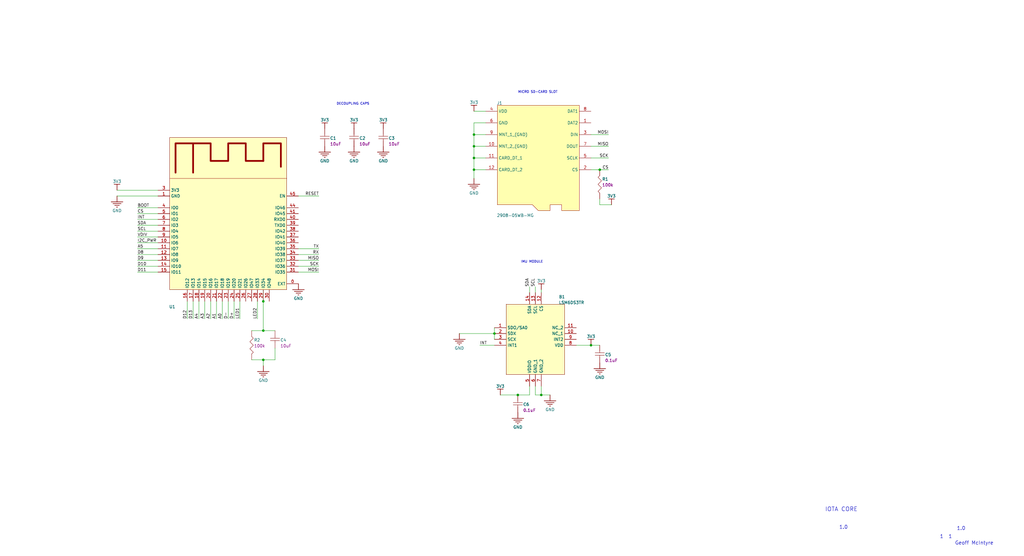
<source format=kicad_sch>
(kicad_sch (version 20250114) (generator "eeschema") (generator_version "9.0")
  (paper "User" 444.5 241.3)
  (lib_symbols
    (symbol "McIntyre Industries:root_0_LSM6DS3TR_McIntyre Industries"
      (symbol "root_0_LSM6DS3TR_McIntyre Industries_1_0"
        (rectangle (start 30.48 10.16) (end 5.08 -20.32) (stroke (width 0) (color 128 0 0 1)) (fill (type background)))
        (pin passive line (at 0 0 0) (length 5.08) (name "SDO/SA0") (number "1"))
        (pin passive line (at 0 -2.54 0) (length 5.08) (name "SDX") (number "2"))
        (pin passive line (at 0 -5.08 0) (length 5.08) (name "SCX") (number "3"))
        (pin passive line (at 0 -7.62 0) (length 5.08) (name "INT1") (number "4"))
        (pin passive line (at 15.24 15.24 270) (length 5.08) (name "SDA") (number "14"))
        (pin passive line (at 15.24 -25.4 90) (length 5.08) (name "VDDIO") (number "5"))
        (pin passive line (at 17.78 15.24 270) (length 5.08) (name "SCL") (number "13"))
        (pin passive line (at 17.78 -25.4 90) (length 5.08) (name "GND_1") (number "6"))
        (pin passive line (at 20.32 15.24 270) (length 5.08) (name "CS") (number "12"))
        (pin passive line (at 20.32 -25.4 90) (length 5.08) (name "GND_2") (number "7"))
        (pin passive line (at 35.56 0 180) (length 5.08) (name "NC_2") (number "11"))
        (pin passive line (at 35.56 -2.54 180) (length 5.08) (name "NC_1") (number "10"))
        (pin passive line (at 35.56 -5.08 180) (length 5.08) (name "INT2") (number "9"))
        (pin passive line (at 35.56 -7.62 180) (length 5.08) (name "VDD") (number "8"))
      )
    )
    (symbol "Mister Industries:root_0_ESP32-S3-MINI-1-N8_Mister Industries"
      (symbol "root_0_ESP32-S3-MINI-1-N8_Mister Industries_1_0"
        (polyline (pts (xy -10.16 15.24) (xy 40.64 15.24)) (stroke (width 0) (color 152 0 0 1)))
        (polyline (pts (xy -7.62 17.78) (xy -7.62 30.48) (xy 7.62 30.48) (xy 7.62 22.86) (xy 15.24 22.86) (xy 15.24 30.48) (xy 22.86 30.48) (xy 22.86 22.86) (xy 30.48 22.86)) (stroke (width 0.762) (color 152 0 0 1)))
        (polyline (pts (xy 0 17.78) (xy 0 30.48)) (stroke (width 0.762) (color 152 0 0 1)))
        (polyline (pts (xy 30.48 22.86) (xy 30.48 30.48) (xy 38.1 30.48) (xy 38.1 20.32)) (stroke (width 0.762) (color 152 0 0 1)))
        (rectangle (start 40.64 33.02) (end -10.16 -33.02) (stroke (width 0) (color 128 0 0 1)) (fill (type background)))
        (pin power_in line (at -15.24 10.16 0) (length 5.08) (name "3V3") (number "3"))
        (pin power_in line (at -15.24 7.62 0) (length 5.08) (name "GND") (number "1"))
        (pin bidirectional line (at -15.24 2.54 0) (length 5.08) (name "IO0") (number "4"))
        (pin bidirectional line (at -15.24 0 0) (length 5.08) (name "IO1") (number "5"))
        (pin bidirectional line (at -15.24 -2.54 0) (length 5.08) (name "IO2") (number "6"))
        (pin bidirectional line (at -15.24 -5.08 0) (length 5.08) (name "IO3") (number "7"))
        (pin bidirectional line (at -15.24 -7.62 0) (length 5.08) (name "IO4") (number "8"))
        (pin bidirectional line (at -15.24 -10.16 0) (length 5.08) (name "IO5") (number "9"))
        (pin bidirectional line (at -15.24 -12.7 0) (length 5.08) (name "IO6") (number "10"))
        (pin bidirectional line (at -15.24 -15.24 0) (length 5.08) (name "IO7") (number "11"))
        (pin bidirectional line (at -15.24 -17.78 0) (length 5.08) (name "IO8") (number "12"))
        (pin bidirectional line (at -15.24 -20.32 0) (length 5.08) (name "IO9") (number "13"))
        (pin bidirectional line (at -15.24 -22.86 0) (length 5.08) (name "IO10") (number "14"))
        (pin bidirectional line (at -15.24 -25.4 0) (length 5.08) (name "IO11") (number "15"))
        (pin bidirectional line (at -2.54 -38.1 90) (length 5.08) (name "IO12") (number "16"))
        (pin bidirectional line (at 0 -38.1 90) (length 5.08) (name "IO13") (number "17"))
        (pin bidirectional line (at 2.54 -38.1 90) (length 5.08) (name "IO14") (number "18"))
        (pin bidirectional line (at 5.08 -38.1 90) (length 5.08) (name "IO15") (number "19"))
        (pin bidirectional line (at 7.62 -38.1 90) (length 5.08) (name "IO16") (number "20"))
        (pin bidirectional line (at 10.16 -38.1 90) (length 5.08) (name "IO17") (number "21"))
        (pin bidirectional line (at 12.7 -38.1 90) (length 5.08) (name "IO18") (number "22"))
        (pin bidirectional line (at 15.24 -38.1 90) (length 5.08) (name "IO19") (number "23"))
        (pin bidirectional line (at 17.78 -38.1 90) (length 5.08) (name "IO20") (number "24"))
        (pin bidirectional line (at 20.32 -38.1 90) (length 5.08) (name "IO21") (number "25"))
        (pin bidirectional line (at 22.86 -38.1 90) (length 5.08) (name "IO26") (number "26"))
        (pin bidirectional line (at 25.4 -38.1 90) (length 5.08) (name "IO47") (number "27"))
        (pin bidirectional line (at 27.94 -38.1 90) (length 5.08) (name "IO33") (number "28"))
        (pin bidirectional line (at 30.48 -38.1 90) (length 5.08) (name "IO34") (number "29"))
        (pin bidirectional line (at 33.02 -38.1 90) (length 5.08) (name "IO48") (number "30"))
        (pin input line (at 45.72 7.62 180) (length 5.08) (name "EN") (number "45"))
        (pin bidirectional line (at 45.72 2.54 180) (length 5.08) (name "IO46") (number "44"))
        (pin bidirectional line (at 45.72 0 180) (length 5.08) (name "IO45") (number "41"))
        (pin bidirectional line (at 45.72 -2.54 180) (length 5.08) (name "RXD0") (number "40"))
        (pin bidirectional line (at 45.72 -5.08 180) (length 5.08) (name "TXD0") (number "39"))
        (pin bidirectional line (at 45.72 -7.62 180) (length 5.08) (name "IO42") (number "38"))
        (pin bidirectional line (at 45.72 -10.16 180) (length 5.08) (name "IO41") (number "37"))
        (pin bidirectional line (at 45.72 -12.7 180) (length 5.08) (name "IO40") (number "36"))
        (pin bidirectional line (at 45.72 -15.24 180) (length 5.08) (name "IO39") (number "35"))
        (pin bidirectional line (at 45.72 -17.78 180) (length 5.08) (name "IO38") (number "34"))
        (pin bidirectional line (at 45.72 -20.32 180) (length 5.08) (name "IO37") (number "33"))
        (pin bidirectional line (at 45.72 -22.86 180) (length 5.08) (name "IO36") (number "32"))
        (pin bidirectional line (at 45.72 -25.4 180) (length 5.08) (name "IO35") (number "31"))
        (pin power_in line (at 45.72 -30.48 180) (length 5.08) (name "EXT") (number "0"))
      )
    )
    (symbol "Prototypical Design:root_1_CAP-NP-2_Prototypical Design" (pin_numbers (hide yes)) (pin_names (hide yes))
      (symbol "root_1_CAP-NP-2_Prototypical Design_1_0"
        (polyline (pts (xy -2.032 4.318) (xy 2.032 4.318)))
        (polyline (pts (xy 0 5.08) (xy 0 4.318)))
        (polyline (pts (xy 0 2.54) (xy 0 3.302)))
        (polyline (pts (xy 2.032 3.302) (xy -2.032 3.302)))
        (pin passive line (at 0 7.62 270) (length 2.54) (name "2") (number "2"))
        (pin passive line (at 0 0 90) (length 2.54) (name "1") (number "1"))
      )
    )
    (symbol "Prototypical Design:root_1_RES-2_Prototypical Design_0" (pin_numbers (hide yes)) (pin_names (hide yes))
      (symbol "root_1_RES-2_Prototypical Design_0_1_0"
        (polyline (pts (xy 0 10.16) (xy -0.762 9.398) (xy 0 8.636) (xy 0.762 7.874) (xy -0.762 6.35) (xy 0.762 4.826) (xy -0.762 3.302) (xy 0 2.54)))
        (pin passive line (at 0 12.7 270) (length 2.54) (name "2") (number "2"))
        (pin passive line (at 0 0 90) (length 2.54) (name "1") (number "1"))
      )
    )
    (symbol "Prototypical Design:root_3_RES-2_Prototypical Design_0" (pin_numbers (hide yes)) (pin_names (hide yes))
      (symbol "root_3_RES-2_Prototypical Design_0_1_0"
        (polyline (pts (xy 0 -10.16) (xy 0.762 -9.398) (xy 0 -8.636) (xy -0.762 -7.874) (xy 0.762 -6.35) (xy -0.762 -4.826) (xy 0.762 -3.302) (xy 0 -2.54)))
        (pin passive line (at 0 0 270) (length 2.54) (name "1") (number "1"))
        (pin passive line (at 0 -12.7 90) (length 2.54) (name "2") (number "2"))
      )
    )
    (symbol "root_1_CAP-NP-2_Prototypical Design_1" (pin_numbers (hide yes)) (pin_names (hide yes))
      (symbol "root_1_CAP-NP-2_Prototypical Design_1_1_0"
        (polyline (pts (xy -2.032 4.318) (xy 2.032 4.318)))
        (polyline (pts (xy 0 5.08) (xy 0 4.318)))
        (polyline (pts (xy 0 2.54) (xy 0 3.302)))
        (polyline (pts (xy 2.032 3.302) (xy -2.032 3.302)))
        (pin passive line (at 0 7.62 270) (length 2.54) (name "2") (number "2"))
        (pin passive line (at 0 0 90) (length 2.54) (name "1") (number "1"))
      )
    )
    (symbol "root_1_CAP-NP-2_Prototypical Design_2" (pin_numbers (hide yes)) (pin_names (hide yes))
      (symbol "root_1_CAP-NP-2_Prototypical Design_2_1_0"
        (polyline (pts (xy -2.032 4.318) (xy 2.032 4.318)))
        (polyline (pts (xy 0 5.08) (xy 0 4.318)))
        (polyline (pts (xy 0 2.54) (xy 0 3.302)))
        (polyline (pts (xy 2.032 3.302) (xy -2.032 3.302)))
        (pin passive line (at 0 7.62 270) (length 2.54) (name "2") (number "2"))
        (pin passive line (at 0 0 90) (length 2.54) (name "1") (number "1"))
      )
    )
    (symbol "tinyCore-altium-import:3V3_BAR" (power)
      (property "Value" "3V3" (at 0 -3.81 0))
      (symbol "3V3_BAR_0_0"
        (polyline (pts (xy -1.27 -2.54) (xy 1.27 -2.54)) (stroke (width 0.254)))
        (polyline (pts (xy 0 0) (xy 0 -2.54)) (stroke (width 0.254)))
        (pin power_in line (at 0 0 0) (length 0) (hide yes) (name "3V3") (number ""))
      )
    )
    (symbol "tinyCore-altium-import:GND_POWER_GROUND" (power)
      (property "Value" "GND" (at 0 -6.35 0))
      (symbol "GND_POWER_GROUND_0_0"
        (polyline (pts (xy -2.54 -2.54) (xy 2.54 -2.54)) (stroke (width 0.254)))
        (polyline (pts (xy -1.778 -3.302) (xy 1.778 -3.302)) (stroke (width 0.254)))
        (polyline (pts (xy -1.016 -4.064) (xy 1.016 -4.064)) (stroke (width 0.254)))
        (polyline (pts (xy -0.254 -4.826) (xy 0.254 -4.826)) (stroke (width 0.254)))
        (polyline (pts (xy 0 0) (xy 0 -2.54)) (stroke (width 0.254)))
        (pin power_in line (at 0 0 0) (length 0) (hide yes) (name "GND") (number ""))
      )
    )
    (symbol "tinyCore-altium-import:root_0_fda8729df53732acfd28ea6eb69392a_"
      (symbol "root_0_fda8729df53732acfd28ea6eb69392a__1_0"
        (polyline (pts (xy 5.08 45.72) (xy 5.08 2.54) (xy 20.32 2.54) (xy 22.86 0) (xy 27.94 0) (xy 27.94 2.54) (xy 33.02 2.54) (xy 33.02 0) (xy 40.64 0) (xy 40.64 45.72) (xy 22.86 45.72) (xy 5.08 45.72)) (stroke (width 0) (color 152 0 0 1)) (fill (type color) (color 255 255 176 1)))
        (pin passive line (at 0 43.18 0) (length 5.08) (name "VDD") (number "4"))
        (pin passive line (at 0 38.1 0) (length 5.08) (name "GND") (number "6"))
        (pin passive line (at 0 33.02 0) (length 5.08) (name "MNT_1_(GND)") (number "9"))
        (pin passive line (at 0 27.94 0) (length 5.08) (name "MNT_2_(GND)") (number "10"))
        (pin passive line (at 0 22.86 0) (length 5.08) (name "CARD_DT_1") (number "11"))
        (pin passive line (at 0 17.78 0) (length 5.08) (name "CARD_DT_2") (number "12"))
        (pin bidirectional line (at 45.72 43.18 180) (length 5.08) (name "DAT1") (number "8"))
        (pin bidirectional line (at 45.72 38.1 180) (length 5.08) (name "DAT2") (number "1"))
        (pin input line (at 45.72 33.02 180) (length 5.08) (name "DIN") (number "3"))
        (pin output line (at 45.72 27.94 180) (length 5.08) (name "DOUT") (number "7"))
        (pin input line (at 45.72 22.86 180) (length 5.08) (name "SCLK") (number "5"))
        (pin input line (at 45.72 17.78 180) (length 5.08) (name "CS") (number "2"))
      )
    )
  )
  (text "IOTA CORE" (at 358.14 222.25 0) (effects (font (size 1.778 1.778)) (justify left bottom)))
  (text "IMU MODULE" (at 226.06 114.3 0) (effects (font (size 1.016 1.016)) (justify left bottom)))
  (text "MICRO SD-CARD SLOT" (at 224.79 40.64 0) (effects (font (size 1.016 1.016)) (justify left bottom)))
  (text "1.0" (at 415.29 230.378 0) (effects (font (size 1.524 1.524)) (justify left bottom)))
  (text "1  1" (at 407.924 233.934 0) (effects (font (size 1.524 1.524)) (justify left bottom)))
  (text "Geoff McIntyre" (at 414.528 236.728 0) (effects (font (size 1.524 1.524)) (justify left bottom)))
  (text "DECOUPLING CAPS" (at 146.05 45.72 0) (effects (font (size 1.016 1.016)) (justify left bottom)))
  (text "1.0" (at 364.236 229.87 0) (effects (font (size 1.524 1.524)) (justify left bottom)))
  (junction (at 234.95 171.45))
  (junction (at 224.79 171.45))
  (junction (at 205.74 68.58))
  (junction (at 214.63 144.78))
  (junction (at 256.54 149.86))
  (junction (at 205.74 63.5))
  (junction (at 205.74 58.42))
  (junction (at 114.3 156.21))
  (junction (at 114.3 143.51))
  (junction (at 260.35 73.66))
  (junction (at 114.3 130.81))
  (junction (at 205.74 73.66))
  (wire (pts (xy 205.74 73.66) (xy 205.74 68.58)))
  (wire (pts (xy 129.54 85.09) (xy 138.43 85.09)))
  (wire (pts (xy 68.58 107.95) (xy 59.69 107.95)))
  (wire (pts (xy 68.58 115.57) (xy 59.69 115.57)))
  (wire (pts (xy 205.74 77.47) (xy 205.74 73.66)))
  (wire (pts (xy 111.76 130.81) (xy 111.76 138.43)))
  (wire (pts (xy 260.35 88.9) (xy 265.43 88.9)))
  (wire (pts (xy 114.3 143.51) (xy 109.22 143.51)))
  (wire (pts (xy 234.95 125.73) (xy 234.95 127)))
  (wire (pts (xy 93.98 130.81) (xy 93.98 138.43)))
  (wire (pts (xy 260.35 73.66) (xy 264.16 73.66)))
  (wire (pts (xy 119.38 143.51) (xy 114.3 143.51)))
  (wire (pts (xy 208.28 149.86) (xy 214.63 149.86)))
  (wire (pts (xy 205.74 63.5) (xy 205.74 58.42)))
  (wire (pts (xy 86.36 130.81) (xy 86.36 138.43)))
  (wire (pts (xy 129.54 113.03) (xy 138.43 113.03)))
  (wire (pts (xy 114.3 130.81) (xy 114.3 125.73)))
  (wire (pts (xy 210.82 73.66) (xy 205.74 73.66)))
  (wire (pts (xy 68.58 113.03) (xy 59.69 113.03)))
  (wire (pts (xy 260.35 86.36) (xy 260.35 88.9)))
  (wire (pts (xy 205.74 53.34) (xy 210.82 53.34)))
  (wire (pts (xy 119.38 156.21) (xy 119.38 151.13)))
  (wire (pts (xy 96.52 130.81) (xy 96.52 138.43)))
  (wire (pts (xy 68.58 105.41) (xy 59.69 105.41)))
  (wire (pts (xy 101.6 130.81) (xy 101.6 138.43)))
  (wire (pts (xy 234.95 171.45) (xy 238.76 171.45)))
  (wire (pts (xy 50.8 85.09) (xy 68.58 85.09)))
  (wire (pts (xy 205.74 63.5) (xy 210.82 63.5)))
  (wire (pts (xy 256.54 149.86) (xy 260.35 149.86)))
  (wire (pts (xy 232.41 171.45) (xy 234.95 171.45)))
  (wire (pts (xy 205.74 58.42) (xy 210.82 58.42)))
  (wire (pts (xy 256.54 58.42) (xy 264.16 58.42)))
  (wire (pts (xy 214.63 144.78) (xy 199.39 144.78)))
  (wire (pts (xy 205.74 68.58) (xy 205.74 63.5)))
  (wire (pts (xy 114.3 158.75) (xy 114.3 156.21)))
  (wire (pts (xy 68.58 90.17) (xy 59.69 90.17)))
  (wire (pts (xy 68.58 118.11) (xy 59.69 118.11)))
  (wire (pts (xy 234.95 171.45) (xy 234.95 167.64)))
  (wire (pts (xy 205.74 68.58) (xy 210.82 68.58)))
  (wire (pts (xy 129.54 110.49) (xy 138.43 110.49)))
  (wire (pts (xy 232.41 124.46) (xy 232.41 127)))
  (wire (pts (xy 256.54 68.58) (xy 264.16 68.58)))
  (wire (pts (xy 129.54 118.11) (xy 138.43 118.11)))
  (wire (pts (xy 83.82 130.81) (xy 83.82 138.43)))
  (wire (pts (xy 205.74 48.26) (xy 210.82 48.26)))
  (wire (pts (xy 68.58 95.25) (xy 59.69 95.25)))
  (wire (pts (xy 232.41 167.64) (xy 232.41 171.45)))
  (wire (pts (xy 229.87 124.46) (xy 229.87 127)))
  (wire (pts (xy 214.63 142.24) (xy 214.63 144.78)))
  (wire (pts (xy 250.19 149.86) (xy 256.54 149.86)))
  (wire (pts (xy 68.58 100.33) (xy 59.69 100.33)))
  (wire (pts (xy 205.74 58.42) (xy 205.74 53.34)))
  (wire (pts (xy 129.54 115.57) (xy 138.43 115.57)))
  (wire (pts (xy 224.79 171.45) (xy 229.87 171.45)))
  (wire (pts (xy 214.63 144.78) (xy 214.63 147.32)))
  (wire (pts (xy 99.06 130.81) (xy 99.06 138.43)))
  (wire (pts (xy 109.22 156.21) (xy 114.3 156.21)))
  (wire (pts (xy 88.9 130.81) (xy 88.9 138.43)))
  (wire (pts (xy 114.3 143.51) (xy 114.3 130.81)))
  (wire (pts (xy 50.8 82.55) (xy 68.58 82.55)))
  (wire (pts (xy 256.54 73.66) (xy 260.35 73.66)))
  (wire (pts (xy 91.44 130.81) (xy 91.44 138.43)))
  (wire (pts (xy 217.17 171.45) (xy 224.79 171.45)))
  (wire (pts (xy 104.14 130.81) (xy 104.14 138.43)))
  (wire (pts (xy 129.54 107.95) (xy 138.43 107.95)))
  (wire (pts (xy 68.58 102.87) (xy 59.69 102.87)))
  (wire (pts (xy 229.87 171.45) (xy 229.87 167.64)))
  (wire (pts (xy 114.3 156.21) (xy 119.38 156.21)))
  (wire (pts (xy 68.58 92.71) (xy 59.69 92.71)))
  (wire (pts (xy 256.54 63.5) (xy 264.16 63.5)))
  (wire (pts (xy 81.28 130.81) (xy 81.28 138.43)))
  (wire (pts (xy 68.58 110.49) (xy 59.69 110.49)))
  (wire (pts (xy 68.58 97.79) (xy 59.69 97.79)))
  (label "INT" (at 59.69 95.25 0))
  (label "SCK" (at 138.43 115.57 180))
  (label "LED1" (at 104.14 138.43 90))
  (label "D+" (at 101.6 138.43 90))
  (label "MISO" (at 264.16 63.5 180))
  (label "SCK" (at 264.16 68.58 180))
  (label "MOSI" (at 138.43 118.11 180))
  (label "A3" (at 88.9 138.43 90))
  (label "A4" (at 86.36 138.43 90))
  (label "D11" (at 59.69 118.11 0))
  (label "A5" (at 59.69 107.95 0))
  (label "CS" (at 59.69 92.71 0))
  (label "SDA" (at 229.87 124.46 90))
  (label "A2" (at 91.44 138.43 90))
  (label "LED2" (at 111.76 138.43 90))
  (label "MISO" (at 138.43 113.03 180))
  (label "D9" (at 59.69 113.03 0))
  (label "RESET" (at 138.43 85.09 180))
  (label "I2C_PWR" (at 59.69 105.41 0))
  (label "SDA" (at 59.69 97.79 0))
  (label "" (at 109.22 138.43 90))
  (label "A1" (at 93.98 138.43 90))
  (label "D-" (at 99.06 138.43 90))
  (label "TX" (at 138.43 107.95 180))
  (label "SCL" (at 232.41 124.46 90))
  (label "CS" (at 264.16 73.66 180))
  (label "D10" (at 59.69 115.57 0))
  (label "D8" (at 59.69 110.49 0))
  (label "SCL" (at 59.69 100.33 0))
  (label "VDIV" (at 59.69 102.87 0))
  (label "MOSI" (at 264.16 58.42 180))
  (label "INT" (at 208.28 149.86 0))
  (label "A0" (at 96.52 138.43 90))
  (label "RX" (at 138.43 110.49 180))
  (label "D13" (at 83.82 138.43 90))
  (label "D12" (at 81.28 138.43 90))
  (label "BOOT" (at 59.69 90.17 0))
  (symbol (lib_id "tinyCore-altium-import:3V3_BAR") (at 234.95 125.73 180) (unit 1)
    (property "Reference" "#PWR?" (effects (hide yes)))
    (property "Value" "3V3" (at 234.95 121.92 0))
  )
  (symbol (lib_id "tinyCore-altium-import:3V3_BAR") (at 166.37 55.88 180) (unit 1)
    (property "Reference" "#PWR?" (effects (hide yes)))
    (property "Value" "3V3" (at 166.37 52.07 0))
  )
  (symbol (lib_id "tinyCore-altium-import:GND_POWER_GROUND") (at 114.3 158.75 0) (unit 1)
    (property "Reference" "#PWR?" (effects (hide yes)))
    (property "Value" "GND" (at 114.3 165.1 0))
  )
  (symbol (lib_name "root_1_CAP-NP-2_Prototypical Design_1") (lib_id "Prototypical Design:root_1_CAP-NP-2_Prototypical Design") (at 260.35 157.48 0) (unit 1)
    (property "Reference" "C5" (at 262.636 154.686 0) (effects (justify left bottom)))
    (property "Value" "Capacitor  0.1 uF 50 V 0603" (effects (hide yes)))
    (property "Footprint" "CAPC1608X87X35NL15T15" (effects (hide yes)))
    (property "Description" "Chip Capacitor, 0.1 uF, +/- 0.25 pF, 50 V, 0603 (1608 Metric)" (effects (hide yes)))
    (property "MAX OPERATING TEMPERATURE" "125°C" (effects (hide yes)))
    (property "ROHS COMPLIANT" "True" (effects (hide yes)))
    (property "ALTIUM_VALUE" "0.1uF" (at 262.636 157.226 0) (effects (justify left bottom)))
    (property "MOUNTING TECHNOLOGY" "SM" (effects (hide yes)))
    (property "TOLERANCE" "0.25%" (effects (hide yes)))
    (property "PINS" "2" (effects (hide yes)))
    (property "CASE/PACKAGE" "0603" (effects (hide yes)))
    (property "MIN OPERATING TEMPERATURE" "-55°C" (effects (hide yes)))
    (property "CAPACITOR TYPE" "Ceramic" (effects (hide yes)))
    (property "VOLTAGE RATING" "50V" (effects (hide yes)))
  )
  (symbol (lib_id "tinyCore-altium-import:GND_POWER_GROUND") (at 199.39 144.78 0) (unit 1)
    (property "Reference" "#PWR?" (effects (hide yes)))
    (property "Value" "GND" (at 199.39 151.13 0))
  )
  (symbol (lib_id "tinyCore-altium-import:GND_POWER_GROUND") (at 205.74 77.47 0) (unit 1)
    (property "Reference" "#PWR?" (effects (hide yes)))
    (property "Value" "GND" (at 205.74 83.82 0))
  )
  (symbol (lib_id "tinyCore-altium-import:GND_POWER_GROUND") (at 50.8 85.09 0) (unit 1)
    (property "Reference" "#PWR?" (effects (hide yes)))
    (property "Value" "GND" (at 50.8 91.44 0))
  )
  (symbol (lib_id "McIntyre Industries:root_0_LSM6DS3TR_McIntyre Industries") (at 214.63 142.24 0) (unit 1)
    (property "Reference" "B1" (at 242.57 129.54 0) (effects (justify left bottom)))
    (property "Value" "LSM6DS3TR" (at 242.57 132.08 0) (effects (justify left bottom)))
    (property "Footprint" "LSM6DS3TR" (effects (hide yes)))
    (property "Description" "DFD PROTECTION & FILTER" (effects (hide yes)))
    (property "MANUFACTURER_NAME" "STMicroelectronics" (effects (hide yes)))
    (property "MOUSER PART NUMBER" "511-LSM6DS3TR" (effects (hide yes)))
    (property "DESIGN ITEM ID" "LSM6DS3TR" (effects (hide yes)))
    (property "ARROW PART NUMBER" "LSM6DS3TR" (effects (hide yes)))
    (property "MANUFACTURER_PART_NUMBER" "LSM6DS3TR" (effects (hide yes)))
    (property "DATASHEET LINK" "https://www.mouser.com/datasheet/2/389/dm00133076-1798402.pdf" (effects (hide yes)))
    (property "SOURCE" "LSM6DS3TR.SchLib" (effects (hide yes)))
    (property "MOUSER PRICE/STOCK" "https://www.mouser.co.uk/ProductDetail/STMicroelectronics/LSM6DS3TR?qs=Ok1pvOkw6%2FrQmhGoCLrQkA%3D%3D" (effects (hide yes)))
    (property "ARROW PRICE/STOCK" "https://www.arrow.com/en/products/lsm6ds3tr/stmicroelectronics?region=nac" (effects (hide yes)))
    (property "GEOMETRY.HEIGHT" "0.86mm" (effects (hide yes)))
  )
  (symbol (lib_name "root_1_CAP-NP-2_Prototypical Design_2") (lib_id "Prototypical Design:root_1_CAP-NP-2_Prototypical Design") (at 224.79 179.07 0) (unit 1)
    (property "Reference" "C6" (at 227.076 176.276 0) (effects (justify left bottom)))
    (property "Value" "Capacitor  0.1 uF 50 V 0603" (effects (hide yes)))
    (property "Footprint" "CAPC1608X87X35NL15T15" (effects (hide yes)))
    (property "Description" "Chip Capacitor, 0.1 uF, +/- 0.25 pF, 50 V, 0603 (1608 Metric)" (effects (hide yes)))
    (property "MAX OPERATING TEMPERATURE" "125°C" (effects (hide yes)))
    (property "ROHS COMPLIANT" "True" (effects (hide yes)))
    (property "ALTIUM_VALUE" "0.1uF" (at 227.076 178.816 0) (effects (justify left bottom)))
    (property "MOUNTING TECHNOLOGY" "SM" (effects (hide yes)))
    (property "TOLERANCE" "0.25%" (effects (hide yes)))
    (property "PINS" "2" (effects (hide yes)))
    (property "CASE/PACKAGE" "0603" (effects (hide yes)))
    (property "MIN OPERATING TEMPERATURE" "-55°C" (effects (hide yes)))
    (property "CAPACITOR TYPE" "Ceramic" (effects (hide yes)))
    (property "VOLTAGE RATING" "50V" (effects (hide yes)))
  )
  (symbol (lib_id "tinyCore-altium-import:3V3_BAR") (at 217.17 171.45 180) (unit 1)
    (property "Reference" "#PWR?" (effects (hide yes)))
    (property "Value" "3V3" (at 217.17 167.64 0))
  )
  (symbol (lib_id "Prototypical Design:root_1_CAP-NP-2_Prototypical Design") (at 119.38 151.13 0) (unit 1)
    (property "Reference" "C4" (at 121.666 148.336 0) (effects (justify left bottom)))
    (property "Value" "Capacitor 10 uF +/- 0.25 uF 50 V 0603" (effects (hide yes)))
    (property "Footprint" "CAPC1608X87X35NL15T15" (effects (hide yes)))
    (property "Description" "Chip Capacitor, 10 uF, +/- 0.25 uF, 50 V, 0603 (1608 Metric)" (effects (hide yes)))
    (property "MAX OPERATING TEMPERATURE" "125°C" (effects (hide yes)))
    (property "ROHS COMPLIANT" "True" (effects (hide yes)))
    (property "ALTIUM_VALUE" "10uF" (at 121.666 150.876 0) (effects (justify left bottom)))
    (property "MOUNTING TECHNOLOGY" "SM" (effects (hide yes)))
    (property "TOLERANCE" "0.25%" (effects (hide yes)))
    (property "PINS" "2" (effects (hide yes)))
    (property "CASE/PACKAGE" "0603" (effects (hide yes)))
    (property "MIN OPERATING TEMPERATURE" "-55°C" (effects (hide yes)))
    (property "CAPACITOR TYPE" "Ceramic" (effects (hide yes)))
    (property "VOLTAGE RATING" "50V" (effects (hide yes)))
  )
  (symbol (lib_id "tinyCore-altium-import:GND_POWER_GROUND") (at 129.54 123.19 0) (unit 1)
    (property "Reference" "#PWR?" (effects (hide yes)))
    (property "Value" "GND" (at 129.54 129.54 0))
  )
  (symbol (lib_id "tinyCore-altium-import:3V3_BAR") (at 205.74 48.26 180) (unit 1)
    (property "Reference" "#PWR?" (effects (hide yes)))
    (property "Value" "3V3" (at 205.74 44.45 0))
  )
  (symbol (lib_id "Prototypical Design:root_1_RES-2_Prototypical Design_0") (at 260.35 86.36 0) (unit 1)
    (property "Reference" "R1" (at 261.366 78.486 0) (effects (justify left bottom)))
    (property "Value" "Resistor 100k +/-1% 0603 100 mW" (effects (hide yes)))
    (property "Footprint" "RESC1608X55X25ML10T15" (effects (hide yes)))
    (property "Description" "Chip Resistor, 100 KOhm, +/- 1%, 0.1 W, -55 to 155 degC, 0603 (1608 Metric)" (effects (hide yes)))
    (property "MAX OPERATING TEMPERATURE" "155°C" (effects (hide yes)))
    (property "ALTIUM_VALUE" "100k" (at 261.366 81.026 0) (effects (justify left bottom)))
    (property "ROHS COMPLIANT" "True" (effects (hide yes)))
    (property "VOLTAGE RATING" "50V" (effects (hide yes)))
    (property "TOLERANCE" "1%" (effects (hide yes)))
    (property "PINS" "2" (effects (hide yes)))
    (property "CASE/PACKAGE" "0603" (effects (hide yes)))
    (property "MOUNTING TECHNOLOGY" "SM" (effects (hide yes)))
    (property "MIN OPERATING TEMPERATURE" "-55°C" (effects (hide yes)))
    (property "POWER" "100mW" (effects (hide yes)))
  )
  (symbol (lib_id "tinyCore-altium-import:3V3_BAR") (at 265.43 88.9 180) (unit 1)
    (property "Reference" "#PWR?" (effects (hide yes)))
    (property "Value" "3V3" (at 265.43 85.09 0))
  )
  (symbol (lib_id "Prototypical Design:root_1_CAP-NP-2_Prototypical Design") (at 153.67 63.5 0) (unit 1)
    (property "Reference" "C2" (at 155.956 60.706 0) (effects (justify left bottom)))
    (property "Value" "Capacitor 10 uF +/- 0.25 uF 50 V 0603" (effects (hide yes)))
    (property "Footprint" "CAPC1608X87X35NL15T15" (effects (hide yes)))
    (property "Description" "Chip Capacitor, 10 uF, +/- 0.25 uF, 50 V, 0603 (1608 Metric)" (effects (hide yes)))
    (property "MAX OPERATING TEMPERATURE" "125°C" (effects (hide yes)))
    (property "ROHS COMPLIANT" "True" (effects (hide yes)))
    (property "ALTIUM_VALUE" "10uF" (at 155.956 63.246 0) (effects (justify left bottom)))
    (property "MOUNTING TECHNOLOGY" "SM" (effects (hide yes)))
    (property "TOLERANCE" "0.25%" (effects (hide yes)))
    (property "PINS" "2" (effects (hide yes)))
    (property "CASE/PACKAGE" "0603" (effects (hide yes)))
    (property "MIN OPERATING TEMPERATURE" "-55°C" (effects (hide yes)))
    (property "CAPACITOR TYPE" "Ceramic" (effects (hide yes)))
    (property "VOLTAGE RATING" "50V" (effects (hide yes)))
  )
  (symbol (lib_id "tinyCore-altium-import:3V3_BAR") (at 50.8 82.55 180) (unit 1)
    (property "Reference" "#PWR?" (effects (hide yes)))
    (property "Value" "3V3" (at 50.8 78.74 0))
  )
  (symbol (lib_id "Mister Industries:root_0_ESP32-S3-MINI-1-N8_Mister Industries") (at 83.82 92.71 0) (unit 1)
    (property "Reference" "U1" (at 73.406 133.858 0) (effects (justify left bottom)))
    (property "Value" "ESP32-S3-MINI-1-N8" (effects (hide yes)))
    (property "Footprint" "ESP32-S3-MINI-1-N8" (effects (hide yes)))
    (property "Description" "SMD module, ESP32-S3FN8, 8 MB SPI flash, PCB antenna" (effects (hide yes)))
    (property "MIN OPERATING TEMPERATURE" "-40°C" (effects (hide yes)))
    (property "NOMINAL VF" "3V ~ 3.6V" (effects (hide yes)))
    (property "SOURCE" "ESP32-S3-MINI-1-N8.SchLib" (effects (hide yes)))
    (property "DIGIKEY PART NUMBER" "1965-ESP32-S3-MINI-1-N8CT-ND" (effects (hide yes)))
    (property "MANUFACTURER" "Espressif Systems" (effects (hide yes)))
    (property "MOUNTING TECHNOLOGY" "Surface Mount" (effects (hide yes)))
    (property "MANUFACTURER PART NUMBER" "ESP32-S3-MINI-1-N8" (effects (hide yes)))
    (property "COMPONENT TYPE" "Microcontroller" (effects (hide yes)))
    (property "ROHS COMPLIANT" "Yes" (effects (hide yes)))
    (property "MAX OPERATING TEMPERATURE" "85°C" (effects (hide yes)))
    (property "PINS" "73" (effects (hide yes)))
    (property "CASE/PACKAGE" "41-SMD Module" (effects (hide yes)))
    (property "AVAILABILITY" "In Stock" (effects (hide yes)))
  )
  (symbol (lib_id "Prototypical Design:root_1_CAP-NP-2_Prototypical Design") (at 166.37 63.5 0) (unit 1)
    (property "Reference" "C3" (at 168.656 60.706 0) (effects (justify left bottom)))
    (property "Value" "Capacitor 10 uF +/- 0.25 uF 50 V 0603" (effects (hide yes)))
    (property "Footprint" "CAPC1608X87X35NL15T15" (effects (hide yes)))
    (property "Description" "Chip Capacitor, 10 uF, +/- 0.25 uF, 50 V, 0603 (1608 Metric)" (effects (hide yes)))
    (property "MAX OPERATING TEMPERATURE" "125°C" (effects (hide yes)))
    (property "ROHS COMPLIANT" "True" (effects (hide yes)))
    (property "ALTIUM_VALUE" "10uF" (at 168.656 63.246 0) (effects (justify left bottom)))
    (property "MOUNTING TECHNOLOGY" "SM" (effects (hide yes)))
    (property "TOLERANCE" "0.25%" (effects (hide yes)))
    (property "PINS" "2" (effects (hide yes)))
    (property "CASE/PACKAGE" "0603" (effects (hide yes)))
    (property "MIN OPERATING TEMPERATURE" "-55°C" (effects (hide yes)))
    (property "CAPACITOR TYPE" "Ceramic" (effects (hide yes)))
    (property "VOLTAGE RATING" "50V" (effects (hide yes)))
  )
  (symbol (lib_id "tinyCore-altium-import:GND_POWER_GROUND") (at 166.37 63.5 0) (unit 1)
    (property "Reference" "#PWR?" (effects (hide yes)))
    (property "Value" "GND" (at 166.37 69.85 0))
  )
  (symbol (lib_id "Prototypical Design:root_1_CAP-NP-2_Prototypical Design") (at 140.97 63.5 0) (unit 1)
    (property "Reference" "C1" (at 143.256 60.706 0) (effects (justify left bottom)))
    (property "Value" "Capacitor 10 uF +/- 0.25 uF 50 V 0603" (effects (hide yes)))
    (property "Footprint" "CAPC1608X87X35NL15T15" (effects (hide yes)))
    (property "Description" "Chip Capacitor, 10 uF, +/- 0.25 uF, 50 V, 0603 (1608 Metric)" (effects (hide yes)))
    (property "MAX OPERATING TEMPERATURE" "125°C" (effects (hide yes)))
    (property "ROHS COMPLIANT" "True" (effects (hide yes)))
    (property "ALTIUM_VALUE" "10uF" (at 143.256 63.246 0) (effects (justify left bottom)))
    (property "MOUNTING TECHNOLOGY" "SM" (effects (hide yes)))
    (property "TOLERANCE" "0.25%" (effects (hide yes)))
    (property "PINS" "2" (effects (hide yes)))
    (property "CASE/PACKAGE" "0603" (effects (hide yes)))
    (property "MIN OPERATING TEMPERATURE" "-55°C" (effects (hide yes)))
    (property "CAPACITOR TYPE" "Ceramic" (effects (hide yes)))
    (property "VOLTAGE RATING" "50V" (effects (hide yes)))
  )
  (symbol (lib_id "tinyCore-altium-import:GND_POWER_GROUND") (at 238.76 171.45 0) (unit 1)
    (property "Reference" "#PWR?" (effects (hide yes)))
    (property "Value" "GND" (at 238.76 177.8 0))
  )
  (symbol (lib_id "Prototypical Design:root_3_RES-2_Prototypical Design_0") (at 109.22 143.51 0) (unit 1)
    (property "Reference" "R2" (at 110.236 148.336 0) (effects (justify left bottom)))
    (property "Value" "Resistor 100k +/-1% 0603 100 mW" (effects (hide yes)))
    (property "Footprint" "RESC1608X55X25ML10T15" (effects (hide yes)))
    (property "Description" "Chip Resistor, 100 KOhm, +/- 1%, 0.1 W, -55 to 155 degC, 0603 (1608 Metric)" (effects (hide yes)))
    (property "MAX OPERATING TEMPERATURE" "155°C" (effects (hide yes)))
    (property "ALTIUM_VALUE" "100k" (at 110.236 150.876 0) (effects (justify left bottom)))
    (property "ROHS COMPLIANT" "True" (effects (hide yes)))
    (property "VOLTAGE RATING" "50V" (effects (hide yes)))
    (property "TOLERANCE" "1%" (effects (hide yes)))
    (property "PINS" "2" (effects (hide yes)))
    (property "CASE/PACKAGE" "0603" (effects (hide yes)))
    (property "MOUNTING TECHNOLOGY" "SM" (effects (hide yes)))
    (property "MIN OPERATING TEMPERATURE" "-55°C" (effects (hide yes)))
    (property "POWER" "100mW" (effects (hide yes)))
  )
  (symbol (lib_id "tinyCore-altium-import:GND_POWER_GROUND") (at 153.67 63.5 0) (unit 1)
    (property "Reference" "#PWR?" (effects (hide yes)))
    (property "Value" "GND" (at 153.67 69.85 0))
  )
  (symbol (lib_id "tinyCore-altium-import:GND_POWER_GROUND") (at 260.35 157.48 0) (unit 1)
    (property "Reference" "#PWR?" (effects (hide yes)))
    (property "Value" "GND" (at 260.35 163.83 0))
  )
  (symbol (lib_id "tinyCore-altium-import:root_0_fda8729df53732acfd28ea6eb69392a_") (at 210.82 91.44 0) (unit 1)
    (property "Reference" "J1" (at 215.646 45.466 0) (effects (justify left bottom)))
    (property "Value" "2908-05WB-MG" (at 215.646 94.234 0) (effects (justify left bottom)))
    (property "Footprint" "FP-2908-05WB-MG-MFG" (effects (hide yes)))
    (property "Description" "CONN MICRO SD CARD PUSH-PUSH R/A" (effects (hide yes)))
  )
  (symbol (lib_id "tinyCore-altium-import:3V3_BAR") (at 153.67 55.88 180) (unit 1)
    (property "Reference" "#PWR?" (effects (hide yes)))
    (property "Value" "3V3" (at 153.67 52.07 0))
  )
  (symbol (lib_id "tinyCore-altium-import:3V3_BAR") (at 256.54 149.86 180) (unit 1)
    (property "Reference" "#PWR?" (effects (hide yes)))
    (property "Value" "3V3" (at 256.54 146.05 0))
  )
  (symbol (lib_id "tinyCore-altium-import:GND_POWER_GROUND") (at 140.97 63.5 0) (unit 1)
    (property "Reference" "#PWR?" (effects (hide yes)))
    (property "Value" "GND" (at 140.97 69.85 0))
  )
  (symbol (lib_id "tinyCore-altium-import:GND_POWER_GROUND") (at 224.79 179.07 0) (unit 1)
    (property "Reference" "#PWR?" (effects (hide yes)))
    (property "Value" "GND" (at 224.79 185.42 0))
  )
  (symbol (lib_id "tinyCore-altium-import:3V3_BAR") (at 140.97 55.88 180) (unit 1)
    (property "Reference" "#PWR?" (effects (hide yes)))
    (property "Value" "3V3" (at 140.97 52.07 0))
  )
)
</source>
